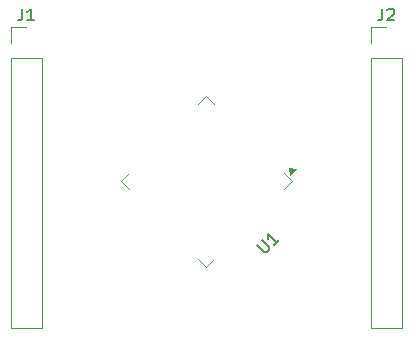
<source format=gbr>
%TF.GenerationSoftware,KiCad,Pcbnew,8.0.6*%
%TF.CreationDate,2025-04-09T16:55:17+02:00*%
%TF.ProjectId,stm32f205-breakout-board,73746d33-3266-4323-9035-2d627265616b,rev?*%
%TF.SameCoordinates,Original*%
%TF.FileFunction,Legend,Top*%
%TF.FilePolarity,Positive*%
%FSLAX46Y46*%
G04 Gerber Fmt 4.6, Leading zero omitted, Abs format (unit mm)*
G04 Created by KiCad (PCBNEW 8.0.6) date 2025-04-09 16:55:17*
%MOMM*%
%LPD*%
G01*
G04 APERTURE LIST*
%ADD10C,0.150000*%
%ADD11C,0.120000*%
G04 APERTURE END LIST*
D10*
X47926666Y-162224819D02*
X47926666Y-162939104D01*
X47926666Y-162939104D02*
X47879047Y-163081961D01*
X47879047Y-163081961D02*
X47783809Y-163177200D01*
X47783809Y-163177200D02*
X47640952Y-163224819D01*
X47640952Y-163224819D02*
X47545714Y-163224819D01*
X48355238Y-162320057D02*
X48402857Y-162272438D01*
X48402857Y-162272438D02*
X48498095Y-162224819D01*
X48498095Y-162224819D02*
X48736190Y-162224819D01*
X48736190Y-162224819D02*
X48831428Y-162272438D01*
X48831428Y-162272438D02*
X48879047Y-162320057D01*
X48879047Y-162320057D02*
X48926666Y-162415295D01*
X48926666Y-162415295D02*
X48926666Y-162510533D01*
X48926666Y-162510533D02*
X48879047Y-162653390D01*
X48879047Y-162653390D02*
X48307619Y-163224819D01*
X48307619Y-163224819D02*
X48926666Y-163224819D01*
X17446666Y-162224819D02*
X17446666Y-162939104D01*
X17446666Y-162939104D02*
X17399047Y-163081961D01*
X17399047Y-163081961D02*
X17303809Y-163177200D01*
X17303809Y-163177200D02*
X17160952Y-163224819D01*
X17160952Y-163224819D02*
X17065714Y-163224819D01*
X18446666Y-163224819D02*
X17875238Y-163224819D01*
X18160952Y-163224819D02*
X18160952Y-162224819D01*
X18160952Y-162224819D02*
X18065714Y-162367676D01*
X18065714Y-162367676D02*
X17970476Y-162462914D01*
X17970476Y-162462914D02*
X17875238Y-162510533D01*
X37328340Y-182230317D02*
X37900760Y-182802737D01*
X37900760Y-182802737D02*
X38001775Y-182836409D01*
X38001775Y-182836409D02*
X38069119Y-182836409D01*
X38069119Y-182836409D02*
X38170134Y-182802737D01*
X38170134Y-182802737D02*
X38304821Y-182668050D01*
X38304821Y-182668050D02*
X38338493Y-182567035D01*
X38338493Y-182567035D02*
X38338493Y-182499691D01*
X38338493Y-182499691D02*
X38304821Y-182398676D01*
X38304821Y-182398676D02*
X37732401Y-181826256D01*
X39146615Y-181826256D02*
X38742554Y-182230317D01*
X38944584Y-182028287D02*
X38237478Y-181321180D01*
X38237478Y-181321180D02*
X38271149Y-181489539D01*
X38271149Y-181489539D02*
X38271149Y-181624226D01*
X38271149Y-181624226D02*
X38237478Y-181725241D01*
D11*
%TO.C,J2*%
X46930000Y-163770000D02*
X48260000Y-163770000D01*
X46930000Y-165100000D02*
X46930000Y-163770000D01*
X46930000Y-166370000D02*
X46930000Y-189290000D01*
X46930000Y-166370000D02*
X49590000Y-166370000D01*
X46930000Y-189290000D02*
X49590000Y-189290000D01*
X49590000Y-166370000D02*
X49590000Y-189290000D01*
%TO.C,J1*%
X16450000Y-163770000D02*
X17780000Y-163770000D01*
X16450000Y-165100000D02*
X16450000Y-163770000D01*
X16450000Y-166370000D02*
X16450000Y-189290000D01*
X16450000Y-166370000D02*
X19110000Y-166370000D01*
X16450000Y-189290000D02*
X19110000Y-189290000D01*
X19110000Y-166370000D02*
X19110000Y-189290000D01*
%TO.C,U1*%
X40582507Y-175829783D02*
X40101674Y-176310615D01*
X40009751Y-175737859D01*
X40582507Y-175829783D01*
G36*
X40582507Y-175829783D02*
G01*
X40101674Y-176310615D01*
X40009751Y-175737859D01*
X40582507Y-175829783D01*
G37*
X25793369Y-176844481D02*
X26465120Y-177516232D01*
X33020000Y-184071112D02*
X32348249Y-183399361D01*
X26465120Y-176172730D02*
X25793369Y-176844481D01*
X33691751Y-183399361D02*
X33020000Y-184071112D01*
X32348249Y-170289601D02*
X33020000Y-169617850D01*
X39574880Y-177516232D02*
X40246631Y-176844481D01*
X33020000Y-169617850D02*
X33691751Y-170289601D01*
X40246631Y-176844481D02*
X39574880Y-176172730D01*
%TD*%
M02*

</source>
